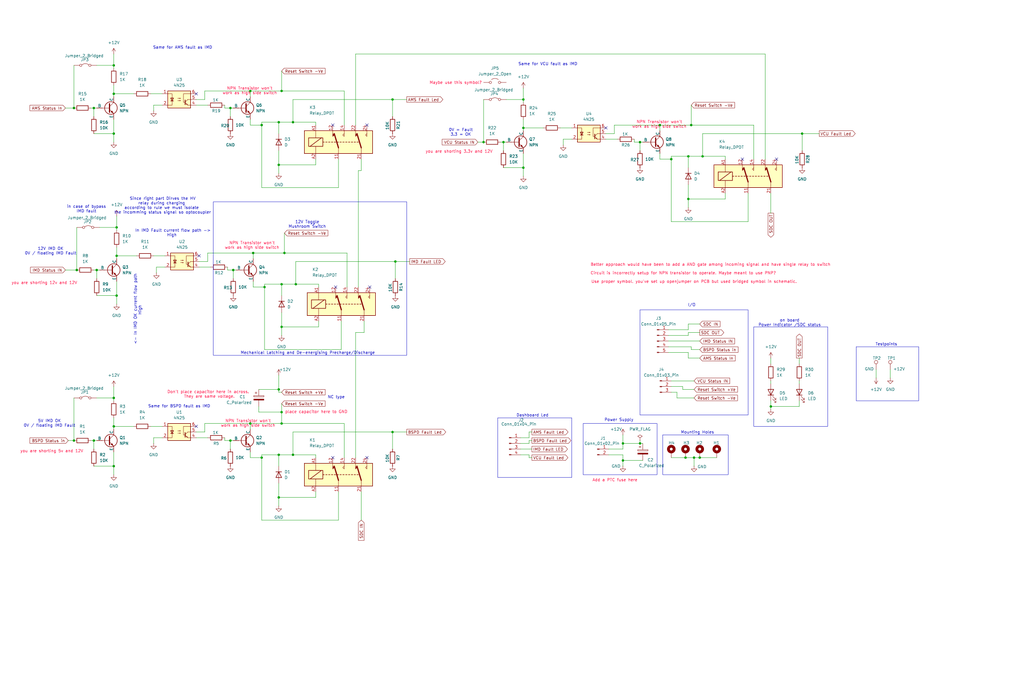
<source format=kicad_sch>
(kicad_sch (version 20231120) (generator "eeschema") (generator_version "8.0")
  (paper "User" 457.2 304.8)
  (title_block (title "SDC Team Urja") (rev "v1") (company "Kathmandu University"))
  (junction (at 34.29 120.65))
  (junction (at 215.9 63.5))
  (junction (at 278.13 198.12))
  (junction (at 313.69 69.85))
  (junction (at 33.02 196.85))
  (junction (at 306.07 204.47))
  (junction (at 124.46 54.61))
  (junction (at 113.03 113.03))
  (junction (at 294.64 55.88))
  (junction (at 104.14 120.65))
  (junction (at 224.79 63.5))
  (junction (at 312.42 204.47))
  (junction (at 125.73 189.23))
  (junction (at 176.53 116.84))
  (junction (at 233.68 74.93))
  (junction (at 285.75 198.12))
  (junction (at 127 113.03))
  (junction (at 358.14 59.69))
  (junction (at 41.91 196.85))
  (junction (at 307.34 69.85))
  (junction (at 52.07 132.08))
  (junction (at 308.61 55.88))
  (junction (at 233.68 44.45))
  (junction (at 50.8 59.69))
  (junction (at 50.8 41.91))
  (junction (at 118.11 128.27))
  (junction (at 125.73 127))
  (junction (at 50.8 190.5))
  (junction (at 102.87 196.85))
  (junction (at 41.91 48.26))
  (junction (at 233.68 57.15))
  (junction (at 52.07 101.6))
  (junction (at 50.8 208.28))
  (junction (at 50.8 177.8))
  (junction (at 344.17 181.61))
  (junction (at 43.18 120.65))
  (junction (at 50.8 29.21))
  (junction (at 116.84 204.47))
  (junction (at 52.07 114.3))
  (junction (at 175.26 193.04))
  (junction (at 125.73 40.64))
  (junction (at 307.34 88.9))
  (junction (at 278.13 205.74))
  (junction (at 130.81 203.2))
  (junction (at 175.26 44.45))
  (junction (at 130.81 54.61))
  (junction (at 111.76 189.23))
  (junction (at 33.02 48.26))
  (junction (at 125.73 184.15))
  (junction (at 132.08 127))
  (junction (at 116.84 55.88))
  (junction (at 111.76 40.64))
  (junction (at 102.87 48.26))
  (junction (at 125.73 146.05))
  (junction (at 124.46 203.2))
  (junction (at 299.72 71.12))
  (junction (at 124.46 222.25))
  (junction (at 124.46 73.66))
  (junction (at 309.88 204.47))
  (junction (at 285.75 63.5))
  (junction (at 124.46 173.99))
  (no_connect (at 148.59 55.88))
  (no_connect (at 87.63 190.5))
  (no_connect (at 165.1 128.27))
  (no_connect (at 163.83 55.88))
  (no_connect (at 149.86 128.27))
  (no_connect (at 148.59 204.47))
  (no_connect (at 87.63 41.91))
  (no_connect (at 163.83 204.47))
  (no_connect (at 331.47 71.12))
  (no_connect (at 270.51 57.15))
  (no_connect (at 88.9 114.3))
  (no_connect (at 346.71 71.12))
  (wire (pts (xy 304.8 173.99) (xy 304.8 172.72)))
  (wire (pts (xy 391.16 165.1) (xy 391.16 168.91)))
  (wire (pts (xy 43.18 132.08) (xy 52.07 132.08)))
  (wire (pts (xy 115.57 173.99) (xy 124.46 173.99)))
  (wire (pts (xy 50.8 186.69) (xy 50.8 190.5)))
  (wire (pts (xy 287.02 198.12) (xy 285.75 198.12)))
  (wire (pts (xy 130.81 203.2) (xy 130.81 193.04)))
  (wire (pts (xy 233.68 53.34) (xy 233.68 57.15)))
  (wire (pts (xy 125.73 31.75) (xy 125.73 40.64)))
  (wire (pts (xy 236.22 193.04) (xy 237.49 193.04)))
  (wire (pts (xy 124.46 59.69) (xy 124.46 54.61)))
  (wire (pts (xy 125.73 184.15) (xy 125.73 189.23)))
  (wire (pts (xy 224.79 63.5) (xy 226.06 63.5)))
  (wire (pts (xy 323.85 69.85) (xy 323.85 71.12)))
  (wire (pts (xy 50.8 29.21) (xy 50.8 30.48)))
  (wire (pts (xy 102.87 48.26) (xy 104.14 48.26)))
  (wire (pts (xy 283.21 63.5) (xy 285.75 63.5)))
  (wire (pts (xy 306.07 204.47) (xy 309.88 204.47)))
  (wire (pts (xy 294.64 68.58) (xy 294.64 71.12)))
  (wire (pts (xy 100.33 48.26) (xy 100.33 46.99)))
  (wire (pts (xy 154.94 113.03) (xy 154.94 128.27)))
  (wire (pts (xy 298.45 154.94) (xy 308.61 154.94)))
  (wire (pts (xy 130.81 44.45) (xy 175.26 44.45)))
  (wire (pts (xy 236.22 193.04) (xy 236.22 195.58)))
  (wire (pts (xy 140.97 203.2) (xy 140.97 204.47)))
  (wire (pts (xy 130.81 203.2) (xy 140.97 203.2)))
  (wire (pts (xy 29.21 48.26) (xy 33.02 48.26)))
  (wire (pts (xy 41.91 196.85) (xy 43.18 196.85)))
  (wire (pts (xy 153.67 40.64) (xy 153.67 55.88)))
  (wire (pts (xy 151.13 232.41) (xy 116.84 232.41)))
  (wire (pts (xy 251.46 62.23) (xy 251.46 64.77)))
  (wire (pts (xy 344.17 86.36) (xy 344.17 95.25)))
  (wire (pts (xy 87.63 193.04) (xy 91.44 193.04)))
  (wire (pts (xy 41.91 48.26) (xy 43.18 48.26)))
  (wire (pts (xy 50.8 41.91) (xy 50.8 43.18)))
  (wire (pts (xy 50.8 172.72) (xy 50.8 177.8)))
  (wire (pts (xy 87.63 46.99) (xy 92.71 46.99)))
  (wire (pts (xy 232.41 200.66) (xy 237.49 200.66)))
  (wire (pts (xy 124.46 175.26) (xy 125.73 175.26)))
  (wire (pts (xy 307.34 148.59) (xy 307.34 149.86)))
  (wire (pts (xy 236.22 204.47) (xy 237.49 204.47)))
  (wire (pts (xy 102.87 196.85) (xy 102.87 200.66)))
  (wire (pts (xy 236.22 203.2) (xy 232.41 203.2)))
  (wire (pts (xy 41.91 208.28) (xy 50.8 208.28)))
  (wire (pts (xy 124.46 73.66) (xy 124.46 77.47)))
  (wire (pts (xy 307.34 74.93) (xy 307.34 69.85)))
  (wire (pts (xy 344.17 179.07) (xy 344.17 181.61)))
  (wire (pts (xy 50.8 177.8) (xy 50.8 179.07)))
  (wire (pts (xy 102.87 48.26) (xy 102.87 52.07)))
  (wire (pts (xy 115.57 184.15) (xy 125.73 184.15)))
  (wire (pts (xy 336.55 55.88) (xy 336.55 71.12)))
  (wire (pts (xy 132.08 127) (xy 132.08 116.84)))
  (wire (pts (xy 124.46 73.66) (xy 140.97 73.66)))
  (wire (pts (xy 278.13 203.2) (xy 271.78 203.2)))
  (wire (pts (xy 127 113.03) (xy 154.94 113.03)))
  (wire (pts (xy 307.34 160.02) (xy 307.34 157.48)))
  (wire (pts (xy 127 113.03) (xy 113.03 113.03)))
  (wire (pts (xy 278.13 198.12) (xy 285.75 198.12)))
  (wire (pts (xy 29.21 120.65) (xy 34.29 120.65)))
  (wire (pts (xy 68.58 46.99) (xy 68.58 49.53)))
  (wire (pts (xy 233.68 39.37) (xy 233.68 44.45)))
  (wire (pts (xy 298.45 147.32) (xy 307.34 147.32)))
  (wire (pts (xy 160.02 128.27) (xy 160.02 76.2)))
  (wire (pts (xy 236.22 196.85) (xy 236.22 198.12)))
  (wire (pts (xy 132.08 116.84) (xy 176.53 116.84)))
  (wire (pts (xy 125.73 127) (xy 132.08 127)))
  (wire (pts (xy 270.51 59.69) (xy 274.32 59.69)))
  (wire (pts (xy 40.64 48.26) (xy 41.91 48.26)))
  (wire (pts (xy 233.68 57.15) (xy 233.68 58.42)))
  (wire (pts (xy 111.76 40.64) (xy 111.76 43.18)))
  (wire (pts (xy 113.03 125.73) (xy 113.03 128.27)))
  (wire (pts (xy 313.69 69.85) (xy 323.85 69.85)))
  (wire (pts (xy 68.58 195.58) (xy 68.58 198.12)))
  (wire (pts (xy 308.61 156.21) (xy 308.61 154.94)))
  (wire (pts (xy 52.07 101.6) (xy 52.07 102.87)))
  (wire (pts (xy 158.75 148.59) (xy 162.56 148.59)))
  (wire (pts (xy 33.02 29.21) (xy 33.02 48.26)))
  (wire (pts (xy 52.07 96.52) (xy 52.07 101.6)))
  (wire (pts (xy 233.68 57.15) (xy 242.57 57.15)))
  (wire (pts (xy 294.64 71.12) (xy 299.72 71.12)))
  (wire (pts (xy 356.87 181.61) (xy 344.17 181.61)))
  (wire (pts (xy 251.46 62.23) (xy 255.27 62.23)))
  (wire (pts (xy 175.26 44.45) (xy 175.26 52.07)))
  (wire (pts (xy 50.8 24.13) (xy 50.8 29.21)))
  (wire (pts (xy 111.76 201.93) (xy 111.76 204.47)))
  (wire (pts (xy 162.56 143.51) (xy 162.56 148.59)))
  (wire (pts (xy 125.73 40.64) (xy 153.67 40.64)))
  (wire (pts (xy 43.18 29.21) (xy 50.8 29.21)))
  (wire (pts (xy 140.97 54.61) (xy 140.97 55.88)))
  (wire (pts (xy 312.42 160.02) (xy 307.34 160.02)))
  (wire (pts (xy 67.31 190.5) (xy 72.39 190.5)))
  (wire (pts (xy 344.17 170.18) (xy 344.17 171.45)))
  (wire (pts (xy 236.22 196.85) (xy 237.49 196.85)))
  (wire (pts (xy 116.84 204.47) (xy 116.84 232.41)))
  (wire (pts (xy 30.48 196.85) (xy 33.02 196.85)))
  (wire (pts (xy 175.26 193.04) (xy 181.61 193.04)))
  (wire (pts (xy 270.51 62.23) (xy 275.59 62.23)))
  (wire (pts (xy 91.44 44.45) (xy 91.44 40.64)))
  (wire (pts (xy 43.18 177.8) (xy 50.8 177.8)))
  (wire (pts (xy 52.07 114.3) (xy 52.07 115.57)))
  (wire (pts (xy 50.8 38.1) (xy 50.8 41.91)))
  (wire (pts (xy 68.58 114.3) (xy 73.66 114.3)))
  (wire (pts (xy 312.42 144.78) (xy 307.34 144.78)))
  (wire (pts (xy 125.73 139.7) (xy 125.73 146.05)))
  (wire (pts (xy 52.07 132.08) (xy 52.07 135.89)))
  (wire (pts (xy 312.42 148.59) (xy 307.34 148.59)))
  (wire (pts (xy 278.13 200.66) (xy 271.78 200.66)))
  (wire (pts (xy 111.76 55.88) (xy 116.84 55.88)))
  (wire (pts (xy 125.73 132.08) (xy 125.73 127)))
  (wire (pts (xy 213.36 63.5) (xy 215.9 63.5)))
  (wire (pts (xy 52.07 110.49) (xy 52.07 114.3)))
  (wire (pts (xy 104.14 120.65) (xy 104.14 124.46)))
  (wire (pts (xy 111.76 53.34) (xy 111.76 55.88)))
  (wire (pts (xy 226.06 44.45) (xy 233.68 44.45)))
  (wire (pts (xy 161.29 219.71) (xy 161.29 232.41)))
  (wire (pts (xy 100.33 48.26) (xy 102.87 48.26)))
  (wire (pts (xy 91.44 40.64) (xy 111.76 40.64)))
  (wire (pts (xy 124.46 203.2) (xy 130.81 203.2)))
  (wire (pts (xy 118.11 128.27) (xy 118.11 156.21)))
  (wire (pts (xy 104.14 120.65) (xy 105.41 120.65)))
  (wire (pts (xy 125.73 40.64) (xy 111.76 40.64)))
  (wire (pts (xy 356.87 170.18) (xy 356.87 171.45)))
  (wire (pts (xy 69.85 119.38) (xy 73.66 119.38)))
  (wire (pts (xy 323.85 88.9) (xy 323.85 86.36)))
  (wire (pts (xy 223.52 63.5) (xy 224.79 63.5)))
  (wire (pts (xy 299.72 170.18) (xy 309.88 170.18)))
  (wire (pts (xy 140.97 73.66) (xy 140.97 71.12)))
  (wire (pts (xy 130.81 54.61) (xy 140.97 54.61)))
  (wire (pts (xy 307.34 88.9) (xy 307.34 92.71)))
  (wire (pts (xy 298.45 149.86) (xy 307.34 149.86)))
  (wire (pts (xy 158.75 55.88) (xy 158.75 24.13)))
  (wire (pts (xy 91.44 189.23) (xy 111.76 189.23)))
  (wire (pts (xy 307.34 88.9) (xy 323.85 88.9)))
  (wire (pts (xy 116.84 203.2) (xy 116.84 204.47)))
  (wire (pts (xy 41.91 59.69) (xy 50.8 59.69)))
  (wire (pts (xy 118.11 127) (xy 125.73 127)))
  (wire (pts (xy 116.84 203.2) (xy 124.46 203.2)))
  (wire (pts (xy 309.88 204.47) (xy 309.88 208.28)))
  (wire (pts (xy 298.45 157.48) (xy 307.34 157.48)))
  (wire (pts (xy 299.72 204.47) (xy 306.07 204.47)))
  (wire (pts (xy 307.34 69.85) (xy 313.69 69.85)))
  (wire (pts (xy 278.13 208.28) (xy 278.13 205.74)))
  (wire (pts (xy 285.75 63.5) (xy 287.02 63.5)))
  (wire (pts (xy 299.72 172.72) (xy 304.8 172.72)))
  (wire (pts (xy 125.73 189.23) (xy 153.67 189.23)))
  (wire (pts (xy 308.61 55.88) (xy 294.64 55.88)))
  (wire (pts (xy 50.8 41.91) (xy 59.69 41.91)))
  (wire (pts (xy 88.9 116.84) (xy 92.71 116.84)))
  (wire (pts (xy 118.11 127) (xy 118.11 128.27)))
  (wire (pts (xy 101.6 120.65) (xy 101.6 119.38)))
  (wire (pts (xy 124.46 173.99) (xy 124.46 175.26)))
  (wire (pts (xy 43.18 120.65) (xy 44.45 120.65)))
  (wire (pts (xy 175.26 44.45) (xy 181.61 44.45)))
  (wire (pts (xy 111.76 204.47) (xy 116.84 204.47)))
  (wire (pts (xy 125.73 189.23) (xy 111.76 189.23)))
  (wire (pts (xy 50.8 190.5) (xy 50.8 191.77)))
  (wire (pts (xy 397.51 165.1) (xy 397.51 168.91)))
  (wire (pts (xy 307.34 82.55) (xy 307.34 88.9)))
  (wire (pts (xy 125.73 146.05) (xy 142.24 146.05)))
  (wire (pts (xy 100.33 196.85) (xy 102.87 196.85)))
  (wire (pts (xy 160.02 76.2) (xy 161.29 76.2)))
  (wire (pts (xy 309.88 177.8) (xy 302.26 177.8)))
  (wire (pts (xy 100.33 196.85) (xy 100.33 195.58)))
  (wire (pts (xy 250.19 57.15) (xy 255.27 57.15)))
  (wire (pts (xy 34.29 101.6) (xy 34.29 120.65)))
  (wire (pts (xy 334.01 86.36) (xy 334.01 99.06)))
  (wire (pts (xy 236.22 198.12) (xy 232.41 198.12)))
  (wire (pts (xy 294.64 55.88) (xy 294.64 58.42)))
  (wire (pts (xy 124.46 222.25) (xy 140.97 222.25)))
  (wire (pts (xy 278.13 198.12) (xy 278.13 200.66)))
  (wire (pts (xy 125.73 146.05) (xy 125.73 149.86)))
  (wire (pts (xy 344.17 181.61) (xy 344.17 182.88)))
  (wire (pts (xy 313.69 69.85) (xy 313.69 59.69)))
  (wire (pts (xy 215.9 44.45) (xy 215.9 63.5)))
  (wire (pts (xy 309.88 204.47) (xy 312.42 204.47)))
  (wire (pts (xy 356.87 160.02) (xy 356.87 162.56)))
  (wire (pts (xy 67.31 41.91) (xy 72.39 41.91)))
  (wire (pts (xy 115.57 181.61) (xy 115.57 184.15)))
  (wire (pts (xy 50.8 208.28) (xy 50.8 212.09)))
  (wire (pts (xy 116.84 55.88) (xy 116.84 83.82)))
  (wire (pts (xy 158.75 24.13) (xy 341.63 24.13)))
  (wire (pts (xy 334.01 99.06) (xy 299.72 99.06)))
  (wire (pts (xy 50.8 53.34) (xy 50.8 59.69)))
  (wire (pts (xy 132.08 127) (xy 142.24 127)))
  (wire (pts (xy 130.81 54.61) (xy 130.81 44.45)))
  (wire (pts (xy 312.42 204.47) (xy 320.04 204.47)))
  (wire (pts (xy 102.87 196.85) (xy 104.14 196.85)))
  (wire (pts (xy 116.84 54.61) (xy 124.46 54.61)))
  (wire (pts (xy 41.91 120.65) (xy 43.18 120.65)))
  (wire (pts (xy 111.76 189.23) (xy 111.76 191.77)))
  (wire (pts (xy 151.13 219.71) (xy 151.13 232.41)))
  (wire (pts (xy 308.61 46.99) (xy 308.61 55.88)))
  (wire (pts (xy 299.72 71.12) (xy 299.72 99.06)))
  (wire (pts (xy 153.67 189.23) (xy 153.67 204.47)))
  (wire (pts (xy 299.72 69.85) (xy 299.72 71.12)))
  (wire (pts (xy 274.32 55.88) (xy 294.64 55.88)))
  (wire (pts (xy 124.46 54.61) (xy 130.81 54.61)))
  (wire (pts (xy 68.58 46.99) (xy 72.39 46.99)))
  (wire (pts (xy 41.91 48.26) (xy 41.91 52.07)))
  (wire (pts (xy 307.34 144.78) (xy 307.34 147.32)))
  (wire (pts (xy 358.14 59.69) (xy 365.76 59.69)))
  (wire (pts (xy 161.29 71.12) (xy 161.29 76.2)))
  (wire (pts (xy 50.8 201.93) (xy 50.8 208.28)))
  (wire (pts (xy 113.03 128.27) (xy 118.11 128.27)))
  (wire (pts (xy 278.13 205.74) (xy 278.13 203.2)))
  (wire (pts (xy 151.13 71.12) (xy 151.13 83.82)))
  (wire (pts (xy 124.46 222.25) (xy 124.46 226.06)))
  (wire (pts (xy 233.68 74.93) (xy 233.68 78.74)))
  (wire (pts (xy 176.53 116.84) (xy 182.88 116.84)))
  (wire (pts (xy 88.9 119.38) (xy 93.98 119.38)))
  (wire (pts (xy 299.72 69.85) (xy 307.34 69.85)))
  (wire (pts (xy 298.45 152.4) (xy 312.42 152.4)))
  (wire (pts (xy 312.42 156.21) (xy 308.61 156.21)))
  (wire (pts (xy 124.46 167.64) (xy 124.46 173.99)))
  (wire (pts (xy 50.8 190.5) (xy 59.69 190.5)))
  (wire (pts (xy 113.03 113.03) (xy 113.03 115.57)))
  (wire (pts (xy 152.4 143.51) (xy 152.4 156.21)))
  (wire (pts (xy 87.63 195.58) (xy 92.71 195.58)))
  (wire (pts (xy 341.63 24.13) (xy 341.63 71.12)))
  (wire (pts (xy 285.75 196.85) (xy 285.75 198.12)))
  (wire (pts (xy 302.26 177.8) (xy 302.26 175.26)))
  (wire (pts (xy 43.18 120.65) (xy 43.18 124.46)))
  (wire (pts (xy 344.17 160.02) (xy 344.17 162.56)))
  (wire (pts (xy 91.44 193.04) (xy 91.44 189.23)))
  (wire (pts (xy 356.87 179.07) (xy 356.87 181.61)))
  (wire (pts (xy 124.46 67.31) (xy 124.46 73.66)))
  (wire (pts (xy 283.21 63.5) (xy 283.21 62.23)))
  (wire (pts (xy 236.22 204.47) (xy 236.22 203.2)))
  (wire (pts (xy 233.68 44.45) (xy 233.68 45.72)))
  (wire (pts (xy 309.88 173.99) (xy 304.8 173.99)))
  (wire (pts (xy 224.79 63.5) (xy 224.79 67.31)))
  (wire (pts (xy 176.53 116.84) (xy 176.53 124.46)))
  (wire (pts (xy 299.72 175.26) (xy 302.26 175.26)))
  (wire (pts (xy 41.91 196.85) (xy 41.91 200.66)))
  (wire (pts (xy 92.71 116.84) (xy 92.71 113.03)))
  (wire (pts (xy 40.64 196.85) (xy 41.91 196.85)))
  (wire (pts (xy 116.84 54.61) (xy 116.84 55.88)))
  (wire (pts (xy 274.32 59.69) (xy 274.32 55.88)))
  (wire (pts (xy 69.85 119.38) (xy 69.85 121.92)))
  (wire (pts (xy 142.24 146.05) (xy 142.24 143.51)))
  (wire (pts (xy 151.13 83.82) (xy 116.84 83.82)))
  (wire (pts (xy 33.02 177.8) (xy 33.02 196.85)))
  (wire (pts (xy 44.45 101.6) (xy 52.07 101.6)))
  (wire (pts (xy 124.46 215.9) (xy 124.46 222.25)))
  (wire (pts (xy 130.81 193.04) (xy 175.26 193.04)))
  (wire (pts (xy 285.75 63.5) (xy 285.75 67.31)))
  (wire (pts (xy 308.61 55.88) (xy 336.55 55.88)))
  (wire (pts (xy 142.24 127) (xy 142.24 128.27)))
  (wire (pts (xy 87.63 44.45) (xy 91.44 44.45)))
  (wire (pts (xy 50.8 59.69) (xy 50.8 63.5)))
  (wire (pts (xy 125.73 180.34) (xy 125.73 184.15)))
  (wire (pts (xy 101.6 120.65) (xy 104.14 120.65)))
  (wire (pts (xy 52.07 125.73) (xy 52.07 132.08)))
  (wire (pts (xy 233.68 68.58) (xy 233.68 74.93)))
  (wire (pts (xy 52.07 114.3) (xy 60.96 114.3)))
  (wire (pts (xy 313.69 59.69) (xy 358.14 59.69)))
  (wire (pts (xy 278.13 205.74) (xy 287.02 205.74)))
  (wire (pts (xy 68.58 195.58) (xy 72.39 195.58)))
  (wire (pts (xy 140.97 222.25) (xy 140.97 219.71)))
  (wire (pts (xy 92.71 113.03) (xy 113.03 113.03)))
  (wire (pts (xy 278.13 194.31) (xy 278.13 198.12)))
  (wire (pts (xy 236.22 195.58) (xy 232.41 195.58)))
  (wire (pts (xy 127 104.14) (xy 127 113.03)))
  (wire (pts (xy 124.46 208.28) (xy 124.46 203.2)))
  (wire (pts (xy 158.75 204.47) (xy 158.75 148.59)))
  (wire (pts (xy 175.26 193.04) (xy 175.26 200.66)))
  (wire (pts (xy 358.14 59.69) (xy 358.14 67.31)))
  (wire (pts (xy 224.79 74.93) (xy 233.68 74.93)))
  (wire (pts (xy 152.4 156.21) (xy 118.11 156.21)))
  (rectangle (start 336.55 146.05) (end 369.57 190.5))
  (rectangle (start 285.75 138.43) (end 334.01 185.42))
  (rectangle (start 95.25 90.17) (end 181.61 158.75))
  (rectangle (start 260.35 189.23) (end 293.37 212.09))
  (rectangle (start 295.91 194.31) (end 325.12 212.09))
  (rectangle (start 382.27 154.94) (end 410.21 179.07))
  (rectangle (start 222.25 186.69) (end 255.27 213.36))
  (text "you are shorting 12v and 12V" (at 19.812 126.492 0) (effects (font (size 1.27 1.27))))
  (text "NC type\n" (at 150.114 177.546 0) (effects (font (size 1.27 1.27))))
  (text "I/O\n" (at 308.864 136.398 0) (effects (font (size 1.27 1.27))))
  (text "Dashboard Led" (at 237.744 185.674 0) (effects (font (size 1.27 1.27))))
  (text "0V = Fault\n3.3 = OK" (at 205.74 59.182 0) (effects (font (size 1.27 1.27))))
  (text "5V IMD OK\n0V / floating IMD Fault" (at 22.098 189.23 0) (effects (font (size 1.27 1.27))))
  (text "Power Supply\n" (at 276.352 187.706 0) (effects (font (size 1.27 1.27))))
  (text "NPN Transistor won't\nwork as high side switch" (at 111.506 40.64 0) (effects (font (size 1.27 1.27))))
  (text "12V Toggle \nMushroom Switch " (at 137.668 100.33 0) (effects (font (size 1.27 1.27))))
  (text "Same for VCU fault as IMD" (at 244.602 28.702 0) (effects (font (size 1.27 1.27))))
  (text "Don't place capacitor here in across.\n They are same voltage." (at 92.964 176.276 0) (effects (font (size 1.27 1.27))))
  (text "Add a PTC fuse here" (at 274.574 214.63 0) (effects (font (size 1.27 1.27))))
  (text "you are shorting 3.3v and 12V" (at 204.978 67.818 0) (effects (font (size 1.27 1.27))))
  (text "Better approach would have been to add a AND gate among incoming signal and have single relay to switch" (at 317.246 118.364 0) (effects (font (size 1.27 1.27))))
  (text "Mounting Holes" (at 311.404 193.294 0) (effects (font (size 1.27 1.27))))
  (text "on board\nPower Indicator /SDC status" (at 352.552 144.272 0) (effects (font (size 1.27 1.27))))
  (text "Since right part Dirves the HV\nrelay during charging \naccording to rule we must isolate \nthe incomming status signal so optocoupler" (at 72.644 91.948 0) (effects (font (size 1.27 1.27))))
  (text "Testpoints" (at 395.732 153.924 0) (effects (font (size 1.27 1.27))))
  (text "Circuit is incorrectly setup for NPN transistor to operate. Maybe meant to use PNP?" (at 305.054 122.174 0) (effects (font (size 1.27 1.27))))
  (text "Maybe use this symbol?" (at 203.454 37.084 0) (effects (font (size 1.27 1.27))))
  (text "Use proper symbol. you've set up openjumper on PCB but used bridged symbol in schematic." (at 309.88 125.984 0) (effects (font (size 1.27 1.27))))
  (text "NPN Transistor won't\nwork as high side switch" (at 110.744 189.23 0) (effects (font (size 1.27 1.27))))
  (text "place capacitor here to GND" (at 141.224 184.15 0) (effects (font (size 1.27 1.27))))
  (text "In IMD Fault current flow path ->\nHigh " (at 77.216 104.14 0) (effects (font (size 1.27 1.27))))
  (text "12V IMD OK\n0V / floating IMD Fault" (at 22.606 112.268 0) (effects (font (size 1.27 1.27))))
  (text "Same for BSPD fault as IMD" (at 80.01 181.61 0) (effects (font (size 1.27 1.27))))
  (text "Mechanical Latching and De-energising Precharge/Discharge" (at 137.414 157.734 0) (effects (font (size 1.27 1.27))))
  (text "Same for AMS fault as IMD" (at 81.534 21.336 0) (effects (font (size 1.27 1.27))))
  (text "NPN Transistor won't\nwork as high side switch" (at 112.522 109.728 0) (effects (font (size 1.27 1.27))))
  (text "<- In IMD OK current flow path\nHigh " (at 61.468 138.176 90) (effects (font (size 1.27 1.27))))
  (text "in case of bypass\nIMD fault" (at 38.608 93.472 0) (effects (font (size 1.27 1.27))))
  (text "you are shorting 5v and 12V" (at 23.114 201.676 0) (effects (font (size 1.27 1.27))))
  (text "NPN Transistor won't\nwork as high side switch" (at 294.386 55.626 0) (effects (font (size 1.27 1.27))))
  (global_label "AMS Fault Led" (shape output) (at 181.61 44.45 0) (property "Intersheetrefs" "${INTERSHEET_REFS}" (effects (hide yes))))
  (global_label "IMD Status IN" (shape input) (at 29.21 120.65 180) (property "Intersheetrefs" "${INTERSHEET_REFS}" (effects (hide yes))))
  (global_label "BSPD Fault Led" (shape output) (at 181.61 193.04 0) (property "Intersheetrefs" "${INTERSHEET_REFS}" (effects (hide yes))))
  (global_label "SDC IN" (shape input) (at 312.42 144.78 0) (property "Intersheetrefs" "${INTERSHEET_REFS}" (effects (hide yes))))
  (global_label "BSPD Fault Led" (shape output) (at 237.49 196.85 0) (property "Intersheetrefs" "${INTERSHEET_REFS}" (effects (hide yes))))
  (global_label "Reset Switch -Ve" (shape input) (at 127 104.14 0) (property "Intersheetrefs" "${INTERSHEET_REFS}" (effects (hide yes))))
  (global_label "Reset Switch -Ve" (shape input) (at 125.73 180.34 0) (property "Intersheetrefs" "${INTERSHEET_REFS}" (effects (hide yes))))
  (global_label "VCU Fault Led" (shape output) (at 365.76 59.69 0) (property "Intersheetrefs" "${INTERSHEET_REFS}" (effects (hide yes))))
  (global_label "AMS Status In" (shape input) (at 312.42 160.02 0) (property "Intersheetrefs" "${INTERSHEET_REFS}" (effects (hide yes))))
  (global_label "VCU Status IN" (shape input) (at 309.88 170.18 0) (property "Intersheetrefs" "${INTERSHEET_REFS}" (effects (hide yes))))
  (global_label "IMD Status IN" (shape input) (at 312.42 152.4 0) (property "Intersheetrefs" "${INTERSHEET_REFS}" (effects (hide yes))))
  (global_label "BSPD Status in" (shape input) (at 30.48 196.85 180) (property "Intersheetrefs" "${INTERSHEET_REFS}" (effects (hide yes))))
  (global_label "Reset Switch -Ve" (shape input) (at 308.61 46.99 0) (property "Intersheetrefs" "${INTERSHEET_REFS}" (effects (hide yes))))
  (global_label "VCU Fault Led" (shape output) (at 237.49 204.47 0) (property "Intersheetrefs" "${INTERSHEET_REFS}" (effects (hide yes))))
  (global_label "AMS Fault Led" (shape output) (at 237.49 193.04 0) (property "Intersheetrefs" "${INTERSHEET_REFS}" (effects (hide yes))))
  (global_label "IMD Fault LED" (shape output) (at 237.49 200.66 0) (property "Intersheetrefs" "${INTERSHEET_REFS}" (effects (hide yes))))
  (global_label "Reset Switch -Ve" (shape input) (at 125.73 31.75 0) (property "Intersheetrefs" "${INTERSHEET_REFS}" (effects (hide yes))))
  (global_label "SDC OUT" (shape output) (at 356.87 160.02 90) (property "Intersheetrefs" "${INTERSHEET_REFS}" (effects (hide yes))))
  (global_label "VCU Status IN" (shape input) (at 213.36 63.5 180) (property "Intersheetrefs" "${INTERSHEET_REFS}" (effects (hide yes))))
  (global_label "Reset Switch +Ve" (shape input) (at 125.73 175.26 0) (property "Intersheetrefs" "${INTERSHEET_REFS}" (effects (hide yes))))
  (global_label "Reset Switch -Ve" (shape input) (at 309.88 177.8 0) (property "Intersheetrefs" "${INTERSHEET_REFS}" (effects (hide yes))))
  (global_label "AMS Status In" (shape input) (at 29.21 48.26 180) (property "Intersheetrefs" "${INTERSHEET_REFS}" (effects (hide yes))))
  (global_label "BSPD Status in" (shape input) (at 312.42 156.21 0) (property "Intersheetrefs" "${INTERSHEET_REFS}" (effects (hide yes))))
  (global_label "Reset Switch +Ve" (shape input) (at 309.88 173.99 0) (property "Intersheetrefs" "${INTERSHEET_REFS}" (effects (hide yes))))
  (global_label "SDC OUT" (shape output) (at 312.42 148.59 0) (property "Intersheetrefs" "${INTERSHEET_REFS}" (effects (hide yes))))
  (global_label "SDC OUT" (shape output) (at 344.17 95.25 270) (property "Intersheetrefs" "${INTERSHEET_REFS}" (effects (hide yes))))
  (global_label "SDC IN" (shape input) (at 161.29 232.41 270) (property "Intersheetrefs" "${INTERSHEET_REFS}" (effects (hide yes))))
  (global_label "IMD Fault LED" (shape output) (at 182.88 116.84 0) (property "Intersheetrefs" "${INTERSHEET_REFS}" (effects (hide yes))))
  (symbol (lib_id "power:GND") (at 102.87 59.69 0) (unit 1)
    (property "Reference" "#PWR021" (effects (hide yes)))
    (property "Value" "GND" (at 102.87 64.77 0))
    (property "Description" "Power symbol creates a global label with name \"GND\" , ground" (effects (hide yes)))
  )
  (symbol (lib_id "Device:LED") (at 356.87 175.26 90) (unit 1)
    (property "Reference" "D6" (at 360.68 175.5774 90) (effects (justify right)))
    (property "Value" "LED" (at 360.68 178.1174 90) (effects (justify right)))
    (property "Footprint" "LED_THT:LED_D4.0mm" (effects (hide yes)))
    (property "Description" "Light emitting diode" (effects (hide yes)))
  )
  (symbol (lib_id "Device:R") (at 96.52 46.99 270) (unit 1)
    (property "Reference" "R19" (at 96.52 49.53 90))
    (property "Value" "1K" (at 96.266 44.704 90))
    (property "Footprint" "Resistor_THT:R_Axial_DIN0207_L6.3mm_D2.5mm_P7.62mm_Horizontal" (effects (hide yes)))
    (property "Description" "Resistor" (effects (hide yes)))
  )
  (symbol (lib_id "Connector:Conn_01x05_Pin") (at 293.37 152.4 0) (unit 1)
    (property "Reference" "J3" (at 294.005 142.24 0))
    (property "Value" "Conn_01x05_Pin" (at 294.005 144.78 0))
    (property "Footprint" "Connector_PinHeader_2.54mm:PinHeader_1x05_P2.54mm_Vertical" (effects (hide yes)))
    (property "Description" "Generic connector, single row, 01x05, script generated" (effects (hide yes)))
  )
  (symbol (lib_id "Device:C_Polarized") (at 115.57 177.8 0) (unit 1)
    (property "Reference" "C1" (at 106.934 177.292 0) (effects (justify left)))
    (property "Value" "C_Polarized" (at 101.092 179.832 0) (effects (justify left)))
    (property "Footprint" "Capacitor_THT:CP_Radial_D12.5mm_P7.50mm" (effects (hide yes)))
    (property "Description" "Polarized capacitor" (effects (hide yes)))
  )
  (symbol (lib_id "Device:R") (at 102.87 55.88 0) (unit 1)
    (property "Reference" "R20" (at 98.552 56.134 0) (effects (justify left)))
    (property "Value" "10K" (at 105.156 55.88 0) (effects (justify left)))
    (property "Footprint" "Resistor_THT:R_Axial_DIN0207_L6.3mm_D2.5mm_P7.62mm_Horizontal" (effects (hide yes)))
    (property "Description" "Resistor" (effects (hide yes)))
  )
  (symbol (lib_id "Device:R") (at 36.83 48.26 90) (unit 1)
    (property "Reference" "R15" (at 36.83 41.91 90))
    (property "Value" "1K" (at 36.83 44.45 90))
    (property "Footprint" "Resistor_THT:R_Axial_DIN0207_L6.3mm_D2.5mm_P7.62mm_Horizontal" (effects (hide yes)))
    (property "Description" "Resistor" (effects (hide yes)))
  )
  (symbol (lib_id "Relay:Relay_DPDT") (at 151.13 212.09 0) (unit 1)
    (property "Reference" "K1" (at 138.176 196.596 0) (effects (justify left)))
    (property "Value" "Relay_DPDT" (at 138.176 199.136 0) (effects (justify left)))
    (property "Footprint" "Relay_THT:Relay_DPDT_Finder_40.52" (effects (hide yes)))
    (property "Description" "Monostable Relay DPDT, EN50005 " (effects (hide yes)))
  )
  (symbol (lib_id "Connector:Conn_01x04_Pin") (at 227.33 198.12 0) (unit 1)
    (property "Reference" "J2" (at 232.664 187.706 0))
    (property "Value" "Conn_01x04_Pin" (at 231.648 189.484 0))
    (property "Footprint" "Connector_PinHeader_2.54mm:PinHeader_1x04_P2.54mm_Vertical" (effects (hide yes)))
    (property "Description" "Generic connector, single row, 01x04, script generated" (effects (hide yes)))
  )
  (symbol (lib_id "power:GND") (at 125.73 149.86 0) (unit 1)
    (property "Reference" "#PWR015" (effects (hide yes)))
    (property "Value" "GND" (at 125.73 154.94 0))
    (property "Description" "Power symbol creates a global label with name \"GND\" , ground" (effects (hide yes)))
  )
  (symbol (lib_id "Isolator:4N25") (at 81.28 116.84 0) (unit 1)
    (property "Reference" "U2" (at 81.28 107.95 0))
    (property "Value" "4N25" (at 81.28 110.49 0))
    (property "Footprint" "Package_DIP:DIP-6_W7.62mm" (effects (hide yes)))
    (property "Datasheet" "https://www.vishay.com/docs/83725/4n25.pdf" (effects (hide yes)))
    (property "Description" "DC Optocoupler Base Connected, Vce 30V, CTR 20%, Viso 2500V, DIP6" (effects (hide yes)))
  )
  (symbol (lib_id "Device:R") (at 63.5 190.5 270) (unit 1)
    (property "Reference" "R4" (at 63.5 184.15 90))
    (property "Value" "1K" (at 63.5 186.69 90))
    (property "Footprint" "Resistor_THT:R_Axial_DIN0207_L6.3mm_D2.5mm_P7.62mm_Horizontal" (effects (hide yes)))
    (property "Description" "Resistor" (effects (hide yes)))
  )
  (symbol (lib_id "Device:R") (at 63.5 41.91 270) (unit 1)
    (property "Reference" "R18" (at 63.5 35.56 90))
    (property "Value" "1K" (at 63.5 38.1 90))
    (property "Footprint" "Resistor_THT:R_Axial_DIN0207_L6.3mm_D2.5mm_P7.62mm_Horizontal" (effects (hide yes)))
    (property "Description" "Resistor" (effects (hide yes)))
  )
  (symbol (lib_id "Connector:Conn_01x02_Pin") (at 266.7 200.66 0) (unit 1)
    (property "Reference" "J1" (at 269.24 195.834 0))
    (property "Value" "Conn_01x02_Pin" (at 268.732 198.12 0))
    (property "Footprint" "Connector_PinHeader_2.54mm:PinHeader_1x02_P2.54mm_Vertical" (effects (hide yes)))
    (property "Description" "Generic connector, single row, 01x02, script generated" (effects (hide yes)))
  )
  (symbol (lib_id "Device:LED") (at 344.17 175.26 90) (unit 1)
    (property "Reference" "D5" (at 347.98 175.5774 90) (effects (justify right)))
    (property "Value" "LED" (at 347.98 178.1174 90) (effects (justify right)))
    (property "Footprint" "LED_THT:LED_D4.0mm" (effects (hide yes)))
    (property "Description" "Light emitting diode" (effects (hide yes)))
  )
  (symbol (lib_id "Device:D") (at 124.46 212.09 270) (unit 1)
    (property "Reference" "D1" (at 127 210.8199 90) (effects (justify left)))
    (property "Value" "D" (at 127 213.3599 90) (effects (justify left)))
    (property "Footprint" "Diode_THT:D_A-405_P7.62mm_Horizontal" (effects (hide yes)))
    (property "Description" "Diode" (effects (hide yes)))
    (property "Sim.Device" "D" (effects (hide yes)))
    (property "Sim.Pins" "1=K 2=A" (effects (hide yes)))
  )
  (symbol (lib_id "Device:R") (at 175.26 55.88 0) (unit 1)
    (property "Reference" "R21" (at 177.8 55.88 90))
    (property "Value" "10K" (at 172.974 56.134 90))
    (property "Footprint" "Resistor_THT:R_Axial_DIN0207_L6.3mm_D2.5mm_P7.62mm_Horizontal" (effects (hide yes)))
    (property "Description" "Resistor" (effects (hide yes)))
  )
  (symbol (lib_id "Device:R") (at 97.79 119.38 270) (unit 1)
    (property "Reference" "R12" (at 97.79 121.92 90))
    (property "Value" "1K" (at 97.536 117.094 90))
    (property "Footprint" "Resistor_THT:R_Axial_DIN0207_L6.3mm_D2.5mm_P7.62mm_Horizontal" (effects (hide yes)))
    (property "Description" "Resistor" (effects (hide yes)))
  )
  (symbol (lib_id "power:PWR_FLAG") (at 285.75 196.85 0) (unit 1)
    (property "Reference" "#FLG01" (effects (hide yes)))
    (property "Value" "PWR_FLAG" (at 285.75 191.77 0))
    (property "Description" "Special symbol for telling ERC where power comes from" (effects (hide yes)))
  )
  (symbol (lib_id "power:GND") (at 124.46 77.47 0) (unit 1)
    (property "Reference" "#PWR023" (effects (hide yes)))
    (property "Value" "GND" (at 124.46 82.55 0))
    (property "Description" "Power symbol creates a global label with name \"GND\" , ground" (effects (hide yes)))
  )
  (symbol (lib_id "Device:R") (at 246.38 57.15 270) (unit 1)
    (property "Reference" "R25" (at 246.38 50.8 90))
    (property "Value" "1K" (at 246.38 53.34 90))
    (property "Footprint" "Resistor_THT:R_Axial_DIN0207_L6.3mm_D2.5mm_P7.62mm_Horizontal" (effects (hide yes)))
    (property "Description" "Resistor" (effects (hide yes)))
  )
  (symbol (lib_id "Connector:TestPoint") (at 397.51 165.1 0) (unit 1)
    (property "Reference" "TP1" (at 396.24 160.02 0) (effects (justify left)))
    (property "Value" "+12V" (at 398.78 164.846 0) (effects (justify left)))
    (property "Footprint" "TestPoint:TestPoint_Pad_1.0x1.0mm" (effects (hide yes)))
    (property "Description" "test point" (effects (hide yes)))
  )
  (symbol (lib_id "power:GND") (at 309.88 208.28 0) (mirror y) (unit 1)
    (property "Reference" "#PWR020" (effects (hide yes)))
    (property "Value" "GND" (at 313.436 208.534 0))
    (property "Description" "Power symbol creates a global label with name \"GND\" , ground" (effects (hide yes)))
  )
  (symbol (lib_id "Jumper:Jumper_2_Bridged") (at 39.37 101.6 0) (unit 1) (exclude_from_sim yes)
    (property "Reference" "JP2" (at 39.116 99.06 0))
    (property "Value" "Jumper_2_Bridged" (at 38.862 97.282 0))
    (property "Footprint" "Connector_PinHeader_2.54mm:PinHeader_1x02_P2.54mm_Vertical" (effects (hide yes)))
    (property "Description" "Jumper, 2-pole, closed/bridged" (effects (hide yes)))
  )
  (symbol (lib_id "Device:R") (at 175.26 204.47 0) (unit 1)
    (property "Reference" "R7" (at 177.8 204.47 90))
    (property "Value" "10K" (at 172.974 204.724 90))
    (property "Footprint" "Resistor_THT:R_Axial_DIN0207_L6.3mm_D2.5mm_P7.62mm_Horizontal" (effects (hide yes)))
    (property "Description" "Resistor" (effects (hide yes)))
  )
  (symbol (lib_id "power:GND") (at 251.46 64.77 0) (unit 1)
    (property "Reference" "#PWR029" (effects (hide yes)))
    (property "Value" "GND" (at 251.46 69.85 0))
    (property "Description" "Power symbol creates a global label with name \"GND\" , ground" (effects (hide yes)))
  )
  (symbol (lib_id "power:GND") (at 175.26 208.28 0) (unit 1)
    (property "Reference" "#PWR05" (effects (hide yes)))
    (property "Value" "GND" (at 175.26 213.36 0))
    (property "Description" "Power symbol creates a global label with name \"GND\" , ground" (effects (hide yes)))
  )
  (symbol (lib_id "Jumper:Jumper_2_Bridged") (at 38.1 177.8 0) (unit 1) (exclude_from_sim yes)
    (property "Reference" "JP1" (at 37.846 175.26 0))
    (property "Value" "Jumper_2_Bridged" (at 37.592 173.482 0))
    (property "Footprint" "Connector_PinHeader_2.54mm:PinHeader_1x02_P2.54mm_Vertical" (effects (hide yes)))
    (property "Description" "Jumper, 2-pole, closed/bridged" (effects (hide yes)))
  )
  (symbol (lib_id "Device:R") (at 279.4 62.23 270) (unit 1)
    (property "Reference" "R26" (at 279.4 64.77 90))
    (property "Value" "1K" (at 279.146 59.944 90))
    (property "Footprint" "Resistor_THT:R_Axial_DIN0207_L6.3mm_D2.5mm_P7.62mm_Horizontal" (effects (hide yes)))
    (property "Description" "Resistor" (effects (hide yes)))
  )
  (symbol (lib_id "power:GND") (at 285.75 74.93 0) (unit 1)
    (property "Reference" "#PWR030" (effects (hide yes)))
    (property "Value" "GND" (at 285.75 80.01 0))
    (property "Description" "Power symbol creates a global label with name \"GND\" , ground" (effects (hide yes)))
  )
  (symbol (lib_id "Isolator:4N25") (at 262.89 59.69 0) (unit 1)
    (property "Reference" "U4" (at 262.89 50.8 0))
    (property "Value" "4N25" (at 262.89 53.34 0))
    (property "Footprint" "Package_DIP:DIP-6_W7.62mm" (effects (hide yes)))
    (property "Datasheet" "https://www.vishay.com/docs/83725/4n25.pdf" (effects (hide yes)))
    (property "Description" "DC Optocoupler Base Connected, Vce 30V, CTR 20%, Viso 2500V, DIP6" (effects (hide yes)))
  )
  (symbol (lib_id "Simulation_SPICE:NPN") (at 109.22 48.26 0) (unit 1)
    (property "Reference" "Q6" (at 114.3 46.9899 0) (effects (justify left)))
    (property "Value" "NPN" (at 114.3 49.5299 0) (effects (justify left)))
    (property "Footprint" "Package_TO_SOT_THT:TO-92_Inline_Wide" (effects (hide yes)))
    (property "Datasheet" "https://ngspice.sourceforge.io/docs/ngspice-html-manual/manual.xhtml#cha_BJTs" (effects (hide yes)))
    (property "Description" "Bipolar transistor symbol for simulation only, substrate tied to the emitter" (effects (hide yes)))
    (property "Sim.Device" "NPN" (effects (hide yes)))
    (property "Sim.Type" "GUMMELPOON" (effects (hide yes)))
    (property "Sim.Pins" "1=C 2=B 3=E" (effects (hide yes)))
  )
  (symbol (lib_id "power:GND") (at 397.51 168.91 0) (unit 1)
    (property "Reference" "#PWR026" (effects (hide yes)))
    (property "Value" "GND" (at 397.51 173.99 0))
    (property "Description" "Power symbol creates a global label with name \"GND\" , ground" (effects (hide yes)))
  )
  (symbol (lib_id "Connector:TestPoint") (at 391.16 165.1 0) (unit 1)
    (property "Reference" "TP2" (at 389.636 160.02 0) (effects (justify left)))
    (property "Value" "GND" (at 386.08 164.846 0) (effects (justify left)))
    (property "Footprint" "TestPoint:TestPoint_Pad_1.0x1.0mm" (effects (hide yes)))
    (property "Description" "test point" (effects (hide yes)))
  )
  (symbol (lib_id "Relay:Relay_DPDT") (at 152.4 135.89 0) (unit 1)
    (property "Reference" "K2" (at 139.446 120.396 0) (effects (justify left)))
    (property "Value" "Relay_DPDT" (at 139.446 122.936 0) (effects (justify left)))
    (property "Footprint" "Relay_THT:Relay_DPDT_Finder_40.52" (effects (hide yes)))
    (property "Description" "Monostable Relay DPDT, EN50005 " (effects (hide yes)))
  )
  (symbol (lib_id "power:+12V") (at 124.46 167.64 0) (unit 1)
    (property "Reference" "#PWR01" (effects (hide yes)))
    (property "Value" "+12V" (at 127.254 165.1 0))
    (property "Description" "Power symbol creates a global label with name \"+12V\"" (effects (hide yes)))
  )
  (symbol (lib_id "power:GND") (at 52.07 135.89 0) (unit 1)
    (property "Reference" "#PWR011" (effects (hide yes)))
    (property "Value" "GND" (at 52.07 140.97 0))
    (property "Description" "Power symbol creates a global label with name \"GND\" , ground" (effects (hide yes)))
  )
  (symbol (lib_id "Simulation_SPICE:NPN") (at 110.49 120.65 0) (unit 1)
    (property "Reference" "Q4" (at 115.57 119.3799 0) (effects (justify left)))
    (property "Value" "NPN" (at 115.57 121.9199 0) (effects (justify left)))
    (property "Footprint" "Package_TO_SOT_THT:TO-92_Inline_Wide" (effects (hide yes)))
    (property "Datasheet" "https://ngspice.sourceforge.io/docs/ngspice-html-manual/manual.xhtml#cha_BJTs" (effects (hide yes)))
    (property "Description" "Bipolar transistor symbol for simulation only, substrate tied to the emitter" (effects (hide yes)))
    (property "Sim.Device" "NPN" (effects (hide yes)))
    (property "Sim.Type" "GUMMELPOON" (effects (hide yes)))
    (property "Sim.Pins" "1=C 2=B 3=E" (effects (hide yes)))
  )
  (symbol (lib_id "power:GND") (at 175.26 59.69 0) (unit 1)
    (property "Reference" "#PWR024" (effects (hide yes)))
    (property "Value" "GND" (at 175.26 64.77 0))
    (property "Description" "Power symbol creates a global label with name \"GND\" , ground" (effects (hide yes)))
  )
  (symbol (lib_id "Device:R") (at 285.75 71.12 0) (unit 1)
    (property "Reference" "R27" (at 281.432 71.374 0) (effects (justify left)))
    (property "Value" "10K" (at 288.036 71.12 0) (effects (justify left)))
    (property "Footprint" "Resistor_THT:R_Axial_DIN0207_L6.3mm_D2.5mm_P7.62mm_Horizontal" (effects (hide yes)))
    (property "Description" "Resistor" (effects (hide yes)))
  )
  (symbol (lib_id "power:+12V") (at 233.68 39.37 0) (unit 1)
    (property "Reference" "#PWR027" (effects (hide yes)))
    (property "Value" "+12V" (at 233.68 34.29 0))
    (property "Description" "Power symbol creates a global label with name \"+12V\"" (effects (hide yes)))
  )
  (symbol (lib_id "Device:R") (at 38.1 120.65 90) (unit 1)
    (property "Reference" "R8" (at 38.1 114.3 90))
    (property "Value" "1K" (at 38.1 116.84 90))
    (property "Footprint" "Resistor_THT:R_Axial_DIN0207_L6.3mm_D2.5mm_P7.62mm_Horizontal" (effects (hide yes)))
    (property "Description" "Resistor" (effects (hide yes)))
  )
  (symbol (lib_id "power:GND") (at 358.14 74.93 0) (unit 1)
    (property "Reference" "#PWR033" (effects (hide yes)))
    (property "Value" "GND" (at 358.14 80.01 0))
    (property "Description" "Power symbol creates a global label with name \"GND\" , ground" (effects (hide yes)))
  )
  (symbol (lib_id "Simulation_SPICE:NPN") (at 48.26 196.85 0) (unit 1)
    (property "Reference" "Q1" (at 53.34 195.5799 0) (effects (justify left)))
    (property "Value" "NPN" (at 53.34 198.1199 0) (effects (justify left)))
    (property "Footprint" "Package_TO_SOT_THT:TO-92L_Inline_Wide" (effects (hide yes)))
    (property "Datasheet" "https://ngspice.sourceforge.io/docs/ngspice-html-manual/manual.xhtml#cha_BJTs" (effects (hide yes)))
    (property "Description" "Bipolar transistor symbol for simulation only, substrate tied to the emitter" (effects (hide yes)))
    (property "Sim.Device" "NPN" (effects (hide yes)))
    (property "Sim.Type" "GUMMELPOON" (effects (hide yes)))
    (property "Sim.Pins" "1=C 2=B 3=E" (effects (hide yes)))
  )
  (symbol (lib_id "power:GND") (at 68.58 198.12 0) (unit 1)
    (property "Reference" "#PWR03" (effects (hide yes)))
    (property "Value" "GND" (at 68.58 203.2 0))
    (property "Description" "Power symbol creates a global label with name \"GND\" , ground" (effects (hide yes)))
  )
  (symbol (lib_id "Jumper:Jumper_2_Bridged") (at 220.98 44.45 0) (unit 1) (exclude_from_sim yes)
    (property "Reference" "JP4" (at 220.726 41.91 0))
    (property "Value" "Jumper_2_Bridged" (at 220.472 40.132 0))
    (property "Footprint" "Connector_PinHeader_2.54mm:PinHeader_1x02_P2.54mm_Vertical" (effects (hide yes)))
    (property "Description" "Jumper, 2-pole, closed/bridged" (effects (hide yes)))
  )
  (symbol (lib_id "Device:R") (at 104.14 128.27 0) (unit 1)
    (property "Reference" "R13" (at 99.822 128.524 0) (effects (justify left)))
    (property "Value" "10K" (at 106.426 128.27 0) (effects (justify left)))
    (property "Footprint" "Resistor_THT:R_Axial_DIN0207_L6.3mm_D2.5mm_P7.62mm_Horizontal" (effects (hide yes)))
    (property "Description" "Resistor" (effects (hide yes)))
  )
  (symbol (lib_id "Device:R") (at 219.71 63.5 90) (unit 1)
    (property "Reference" "R22" (at 219.71 57.15 90))
    (property "Value" "1K" (at 219.71 59.69 90))
    (property "Footprint" "Resistor_THT:R_Axial_DIN0207_L6.3mm_D2.5mm_P7.62mm_Horizontal" (effects (hide yes)))
    (property "Description" "Resistor" (effects (hide yes)))
  )
  (symbol (lib_id "power:+12V") (at 278.13 194.31 0) (unit 1)
    (property "Reference" "#PWR08" (effects (hide yes)))
    (property "Value" "+12V" (at 275.082 191.77 0))
    (property "Description" "Power symbol creates a global label with name \"+12V\"" (effects (hide yes)))
  )
  (symbol (lib_id "power:+12V") (at 391.16 168.91 180) (unit 1)
    (property "Reference" "#PWR025" (effects (hide yes)))
    (property "Value" "+12V" (at 391.16 173.99 0))
    (property "Description" "Power symbol creates a global label with name \"+12V\"" (effects (hide yes)))
  )
  (symbol (lib_id "Mechanical:MountingHole_Pad") (at 320.04 201.93 0) (unit 1) (exclude_from_sim yes) (in_bom no)
    (property "Reference" "H1" (at 318.516 197.866 0) (effects (justify left)))
    (property "Value" "MountingHole_Pad" (effects (hide yes)))
    (property "Footprint" "MountingHole:MountingHole_3.2mm_M3_ISO7380_Pad" (effects (hide yes)))
    (property "Description" "Mounting Hole with connection" (effects (hide yes)))
  )
  (symbol (lib_id "Device:R") (at 176.53 128.27 0) (unit 1)
    (property "Reference" "R14" (at 179.07 128.27 90))
    (property "Value" "10K" (at 174.244 128.524 90))
    (property "Footprint" "Resistor_THT:R_Axial_DIN0207_L6.3mm_D2.5mm_P7.62mm_Horizontal" (effects (hide yes)))
    (property "Description" "Resistor" (effects (hide yes)))
  )
  (symbol (lib_id "power:+12V") (at 344.17 160.02 0) (unit 1)
    (property "Reference" "#PWR014" (effects (hide yes)))
    (property "Value" "+12V" (at 344.17 154.94 0))
    (property "Description" "Power symbol creates a global label with name \"+12V\"" (effects (hide yes)))
  )
  (symbol (lib_id "Jumper:Jumper_2_Bridged") (at 38.1 29.21 0) (unit 1) (exclude_from_sim yes)
    (property "Reference" "JP3" (at 37.846 26.67 0))
    (property "Value" "Jumper_2_Bridged" (at 37.592 24.892 0))
    (property "Footprint" "Connector_PinHeader_2.54mm:PinHeader_1x02_P2.54mm_Vertical" (effects (hide yes)))
    (property "Description" "Jumper, 2-pole, closed/bridged" (effects (hide yes)))
  )
  (symbol (lib_id "power:GND") (at 176.53 132.08 0) (unit 1)
    (property "Reference" "#PWR016" (effects (hide yes)))
    (property "Value" "GND" (at 176.53 137.16 0))
    (property "Description" "Power symbol creates a global label with name \"GND\" , ground" (effects (hide yes)))
  )
  (symbol (lib_id "Device:R") (at 64.77 114.3 270) (unit 1)
    (property "Reference" "R11" (at 64.77 107.95 90))
    (property "Value" "1K" (at 64.77 110.49 90))
    (property "Footprint" "Resistor_THT:R_Axial_DIN0207_L6.3mm_D2.5mm_P7.62mm_Horizontal" (effects (hide yes)))
    (property "Description" "Resistor" (effects (hide yes)))
  )
  (symbol (lib_id "Device:R") (at 358.14 71.12 0) (unit 1)
    (property "Reference" "R28" (at 360.68 71.12 90))
    (property "Value" "10K" (at 355.854 71.374 90))
    (property "Footprint" "Resistor_THT:R_Axial_DIN0207_L6.3mm_D2.5mm_P7.62mm_Horizontal" (effects (hide yes)))
    (property "Description" "Resistor" (effects (hide yes)))
  )
  (symbol (lib_id "Relay:Relay_DPDT") (at 334.01 78.74 0) (unit 1)
    (property "Reference" "K4" (at 321.056 63.246 0) (effects (justify left)))
    (property "Value" "Relay_DPDT" (at 321.056 65.786 0) (effects (justify left)))
    (property "Footprint" "Relay_THT:Relay_DPDT_Finder_40.52" (effects (hide yes)))
    (property "Description" "Monostable Relay DPDT, EN50005 " (effects (hide yes)))
  )
  (symbol (lib_id "Device:D") (at 307.34 78.74 270) (unit 1)
    (property "Reference" "D4" (at 309.88 77.4699 90) (effects (justify left)))
    (property "Value" "D" (at 309.88 80.0099 90) (effects (justify left)))
    (property "Footprint" "Diode_THT:D_A-405_P7.62mm_Horizontal" (effects (hide yes)))
    (property "Description" "Diode" (effects (hide yes)))
    (property "Sim.Device" "D" (effects (hide yes)))
    (property "Sim.Pins" "1=K 2=A" (effects (hide yes)))
  )
  (symbol (lib_id "Simulation_SPICE:NPN") (at 48.26 48.26 0) (unit 1)
    (property "Reference" "Q5" (at 53.34 46.9899 0) (effects (justify left)))
    (property "Value" "NPN" (at 53.34 49.5299 0) (effects (justify left)))
    (property "Footprint" "Package_TO_SOT_THT:TO-92_Inline_Wide" (effects (hide yes)))
    (property "Datasheet" "https://ngspice.sourceforge.io/docs/ngspice-html-manual/manual.xhtml#cha_BJTs" (effects (hide yes)))
    (property "Description" "Bipolar transistor symbol for simulation only, substrate tied to the emitter" (effects (hide yes)))
    (property "Sim.Device" "NPN" (effects (hide yes)))
    (property "Sim.Type" "GUMMELPOON" (effects (hide yes)))
    (property "Sim.Pins" "1=C 2=B 3=E" (effects (hide yes)))
  )
  (symbol (lib_id "Simulation_SPICE:NPN") (at 109.22 196.85 0) (unit 1)
    (property "Reference" "Q2" (at 114.3 195.5799 0) (effects (justify left)))
    (property "Value" "NPN" (at 114.3 198.1199 0) (effects (justify left)))
    (property "Footprint" "Package_TO_SOT_THT:TO-92_Inline_Wide" (effects (hide yes)))
    (property "Datasheet" "https://ngspice.sourceforge.io/docs/ngspice-html-manual/manual.xhtml#cha_BJTs" (effects (hide yes)))
    (property "Description" "Bipolar transistor symbol for simulation only, substrate tied to the emitter" (effects (hide yes)))
    (property "Sim.Device" "NPN" (effects (hide yes)))
    (property "Sim.Type" "GUMMELPOON" (effects (hide yes)))
    (property "Sim.Pins" "1=C 2=B 3=E" (effects (hide yes)))
  )
  (symbol (lib_id "power:GND") (at 278.13 208.28 0) (unit 1)
    (property "Reference" "#PWR09" (effects (hide yes)))
    (property "Value" "GND" (at 275.082 208.28 0))
    (property "Description" "Power symbol creates a global label with name \"GND\" , ground" (effects (hide yes)))
  )
  (symbol (lib_id "power:GND") (at 50.8 63.5 0) (unit 1)
    (property "Reference" "#PWR018" (effects (hide yes)))
    (property "Value" "GND" (at 50.8 68.58 0))
    (property "Description" "Power symbol creates a global label with name \"GND\" , ground" (effects (hide yes)))
  )
  (symbol (lib_id "Device:R") (at 50.8 34.29 180) (unit 1)
    (property "Reference" "R17" (at 53.34 33.0199 0) (effects (justify right)))
    (property "Value" "1K" (at 53.34 35.5599 0) (effects (justify right)))
    (property "Footprint" "Resistor_THT:R_Axial_DIN0207_L6.3mm_D2.5mm_P7.62mm_Horizontal" (effects (hide yes)))
    (property "Description" "Resistor" (effects (hide yes)))
  )
  (symbol (lib_id "Connector:Conn_01x03_Pin") (at 294.64 172.72 0) (unit 1)
    (property "Reference" "J4" (at 295.275 165.1 0))
    (property "Value" "Conn_01x03_Pin" (at 295.275 167.64 0))
    (property "Footprint" "Connector_PinHeader_2.54mm:PinHeader_1x03_P2.54mm_Vertical" (effects (hide yes)))
    (property "Description" "Generic connector, single row, 01x03, script generated" (effects (hide yes)))
  )
  (symbol (lib_id "Device:R") (at 96.52 195.58 270) (unit 1)
    (property "Reference" "R5" (at 96.52 198.12 90))
    (property "Value" "1K" (at 96.266 193.294 90))
    (property "Footprint" "Resistor_THT:R_Axial_DIN0207_L6.3mm_D2.5mm_P7.62mm_Horizontal" (effects (hide yes)))
    (property "Description" "Resistor" (effects (hide yes)))
  )
  (symbol (lib_id "power:GND") (at 124.46 226.06 0) (unit 1)
    (property "Reference" "#PWR02" (effects (hide yes)))
    (property "Value" "GND" (at 124.46 231.14 0))
    (property "Description" "Power symbol creates a global label with name \"GND\" , ground" (effects (hide yes)))
  )
  (symbol (lib_id "power:GND") (at 50.8 212.09 0) (unit 1)
    (property "Reference" "#PWR06" (effects (hide yes)))
    (property "Value" "GND" (at 50.8 217.17 0))
    (property "Description" "Power symbol creates a global label with name \"GND\" , ground" (effects (hide yes)))
  )
  (symbol (lib_id "Isolator:4N25") (at 80.01 44.45 0) (unit 1)
    (property "Reference" "U3" (at 80.01 35.56 0))
    (property "Value" "4N25" (at 80.01 38.1 0))
    (property "Footprint" "Package_DIP:DIP-6_W7.62mm" (effects (hide yes)))
    (property "Datasheet" "https://www.vishay.com/docs/83725/4n25.pdf" (effects (hide yes)))
    (property "Description" "DC Optocoupler Base Connected, Vce 30V, CTR 20%, Viso 2500V, DIP6" (effects (hide yes)))
  )
  (symbol (lib_id "Mechanical:MountingHole_Pad") (at 306.07 201.93 0) (unit 1) (exclude_from_sim yes) (in_bom no)
    (property "Reference" "H3" (at 305.054 197.866 0) (effects (justify left)))
    (property "Value" "MountingHole_Pad" (effects (hide yes)))
    (property "Footprint" "MountingHole:MountingHole_3.2mm_M3_ISO7380_Pad" (effects (hide yes)))
    (property "Description" "Mounting Hole with connection" (effects (hide yes)))
  )
  (symbol (lib_id "Device:R") (at 43.18 128.27 180) (unit 1)
    (property "Reference" "R9" (at 45.72 126.9999 0) (effects (justify right)))
    (property "Value" "10K" (at 45.72 129.5399 0) (effects (justify right)))
    (property "Footprint" "Resistor_THT:R_Axial_DIN0207_L6.3mm_D2.5mm_P7.62mm_Horizontal" (effects (hide yes)))
    (property "Description" "Resistor" (effects (hide yes)))
  )
  (symbol (lib_id "Device:D") (at 125.73 135.89 270) (unit 1)
    (property "Reference" "D2" (at 128.27 134.6199 90) (effects (justify left)))
    (property "Value" "D" (at 128.27 137.1599 90) (effects (justify left)))
    (property "Footprint" "Diode_THT:D_A-405_P7.62mm_Horizontal" (effects (hide yes)))
    (property "Description" "Diode" (effects (hide yes)))
    (property "Sim.Device" "D" (effects (hide yes)))
    (property "Sim.Pins" "1=K 2=A" (effects (hide yes)))
  )
  (symbol (lib_id "power:+12V") (at 52.07 96.52 0) (unit 1)
    (property "Reference" "#PWR010" (effects (hide yes)))
    (property "Value" "+12V" (at 52.07 91.44 0))
    (property "Description" "Power symbol creates a global label with name \"+12V\"" (effects (hide yes)))
  )
  (symbol (lib_id "Device:D") (at 124.46 63.5 270) (unit 1)
    (property "Reference" "D3" (at 127 62.2299 90) (effects (justify left)))
    (property "Value" "D" (at 127 64.7699 90) (effects (justify left)))
    (property "Footprint" "Diode_THT:D_A-405_P7.62mm_Horizontal" (effects (hide yes)))
    (property "Description" "Diode" (effects (hide yes)))
    (property "Sim.Device" "D" (effects (hide yes)))
    (property "Sim.Pins" "1=K 2=A" (effects (hide yes)))
  )
  (symbol (lib_id "Device:R") (at 52.07 106.68 180) (unit 1)
    (property "Reference" "R10" (at 54.61 105.4099 0) (effects (justify right)))
    (property "Value" "1K" (at 54.61 107.9499 0) (effects (justify right)))
    (property "Footprint" "Resistor_THT:R_Axial_DIN0207_L6.3mm_D2.5mm_P7.62mm_Horizontal" (effects (hide yes)))
    (property "Description" "Resistor" (effects (hide yes)))
  )
  (symbol (lib_id "power:GND") (at 68.58 49.53 0) (unit 1)
    (property "Reference" "#PWR019" (effects (hide yes)))
    (property "Value" "GND" (at 68.58 54.61 0))
    (property "Description" "Power symbol creates a global label with name \"GND\" , ground" (effects (hide yes)))
  )
  (symbol (lib_id "Mechanical:MountingHole_Pad") (at 312.42 201.93 0) (unit 1) (exclude_from_sim yes) (in_bom no)
    (property "Reference" "H2" (at 310.896 197.866 0) (effects (justify left)))
    (property "Value" "MountingHole_Pad" (effects (hide yes)))
    (property "Footprint" "MountingHole:MountingHole_3.2mm_M3_ISO7380_Pad" (effects (hide yes)))
    (property "Description" "Mounting Hole with connection" (effects (hide yes)))
  )
  (symbol (lib_id "Device:R") (at 41.91 204.47 180) (unit 1)
    (property "Reference" "R2" (at 44.45 203.1999 0) (effects (justify right)))
    (property "Value" "10K" (at 44.45 205.7399 0) (effects (justify right)))
    (property "Footprint" "Resistor_THT:R_Axial_DIN0207_L6.3mm_D2.5mm_P7.62mm_Horizontal" (effects (hide yes)))
    (property "Description" "Resistor" (effects (hide yes)))
  )
  (symbol (lib_id "Simulation_SPICE:NPN") (at 49.53 120.65 0) (unit 1)
    (property "Reference" "Q3" (at 54.61 119.3799 0) (effects (justify left)))
    (property "Value" "NPN" (at 54.61 121.9199 0) (effects (justify left)))
    (property "Footprint" "Package_TO_SOT_THT:TO-92_Inline_Wide" (effects (hide yes)))
    (property "Datasheet" "https://ngspice.sourceforge.io/docs/ngspice-html-manual/manual.xhtml#cha_BJTs" (effects (hide yes)))
    (property "Description" "Bipolar transistor symbol for simulation only, substrate tied to the emitter" (effects (hide yes)))
    (property "Sim.Device" "NPN" (effects (hide yes)))
    (property "Sim.Type" "GUMMELPOON" (effects (hide yes)))
    (property "Sim.Pins" "1=C 2=B 3=E" (effects (hide yes)))
  )
  (symbol (lib_id "Device:R") (at 50.8 182.88 180) (unit 1)
    (property "Reference" "R3" (at 53.34 181.6099 0) (effects (justify right)))
    (property "Value" "1K" (at 53.34 184.1499 0) (effects (justify right)))
    (property "Footprint" "Resistor_THT:R_Axial_DIN0207_L6.3mm_D2.5mm_P7.62mm_Horizontal" (effects (hide yes)))
    (property "Description" "Resistor" (effects (hide yes)))
  )
  (symbol (lib_id "power:GND") (at 233.68 78.74 0) (unit 1)
    (property "Reference" "#PWR028" (effects (hide yes)))
    (property "Value" "GND" (at 233.68 83.82 0))
    (property "Description" "Power symbol creates a global label with name \"GND\" , ground" (effects (hide yes)))
  )
  (symbol (lib_id "power:GND") (at 102.87 208.28 0) (unit 1)
    (property "Reference" "#PWR04" (effects (hide yes)))
    (property "Value" "GND" (at 102.87 213.36 0))
    (property "Description" "Power symbol creates a global label with name \"GND\" , ground" (effects (hide yes)))
  )
  (symbol (lib_id "Device:R") (at 102.87 204.47 0) (unit 1)
    (property "Reference" "R6" (at 98.552 204.724 0) (effects (justify left)))
    (property "Value" "10K" (at 105.156 204.47 0) (effects (justify left)))
    (property "Footprint" "Resistor_THT:R_Axial_DIN0207_L6.3mm_D2.5mm_P7.62mm_Horizontal" (effects (hide yes)))
    (property "Description" "Resistor" (effects (hide yes)))
  )
  (symbol (lib_id "power:GND") (at 104.14 132.08 0) (unit 1)
    (property "Reference" "#PWR013" (effects (hide yes)))
    (property "Value" "GND" (at 104.14 137.16 0))
    (property "Description" "Power symbol creates a global label with name \"GND\" , ground" (effects (hide yes)))
  )
  (symbol (lib_id "Device:C_Polarized") (at 287.02 201.93 0) (unit 1)
    (property "Reference" "C2" (at 289.052 205.486 0) (effects (justify left)))
    (property "Value" "C_Polarized" (at 285.242 208.026 0) (effects (justify left)))
    (property "Footprint" "Capacitor_THT:CP_Radial_D12.5mm_P7.50mm" (effects (hide yes)))
    (property "Description" "Polarized capacitor" (effects (hide yes)))
  )
  (symbol (lib_id "Relay:Relay_DPDT") (at 151.13 63.5 0) (unit 1)
    (property "Reference" "K3" (at 138.176 48.006 0) (effects (justify left)))
    (property "Value" "Relay_DPDT" (at 138.176 50.546 0) (effects (justify left)))
    (property "Footprint" "Relay_THT:Relay_DPDT_Finder_40.52" (effects (hide yes)))
    (property "Description" "Monostable Relay DPDT, EN50005 " (effects (hide yes)))
  )
  (symbol (lib_id "power:+12V") (at 50.8 24.13 0) (unit 1)
    (property "Reference" "#PWR017" (effects (hide yes)))
    (property "Value" "+12V" (at 50.8 19.05 0))
    (property "Description" "Power symbol creates a global label with name \"+12V\"" (effects (hide yes)))
  )
  (symbol (lib_id "power:GND") (at 307.34 92.71 0) (unit 1)
    (property "Reference" "#PWR032" (effects (hide yes)))
    (property "Value" "GND" (at 307.34 97.79 0))
    (property "Description" "Power symbol creates a global label with name \"GND\" , ground" (effects (hide yes)))
  )
  (symbol (lib_id "Jumper:Jumper_2_Open") (at 220.98 36.83 0) (unit 1) (exclude_from_sim yes)
    (property "Reference" "JP5" (at 220.98 30.48 0))
    (property "Value" "Jumper_2_Open" (at 220.98 33.02 0))
    (property "Description" "Jumper, 2-pole, open" (effects (hide yes)))
  )
  (symbol (lib_id "power:+12V") (at 50.8 172.72 0) (unit 1)
    (property "Reference" "#PWR07" (effects (hide yes)))
    (property "Value" "+12V" (at 50.8 167.64 0))
    (property "Description" "Power symbol creates a global label with name \"+12V\"" (effects (hide yes)))
  )
  (symbol (lib_id "Device:R") (at 36.83 196.85 90) (unit 1)
    (property "Reference" "R1" (at 36.83 190.5 90))
    (property "Value" "1K" (at 36.83 193.04 90))
    (property "Footprint" "Resistor_THT:R_Axial_DIN0207_L6.3mm_D2.5mm_P7.62mm_Horizontal" (effects (hide yes)))
    (property "Description" "Resistor" (effects (hide yes)))
  )
  (symbol (lib_id "Isolator:4N25") (at 80.01 193.04 0) (unit 1)
    (property "Reference" "U1" (at 80.01 184.15 0))
    (property "Value" "4N25" (at 80.01 186.69 0))
    (property "Footprint" "Package_DIP:DIP-6_W7.62mm" (effects (hide yes)))
    (property "Datasheet" "https://www.vishay.com/docs/83725/4n25.pdf" (effects (hide yes)))
    (property "Description" "DC Optocoupler Base Connected, Vce 30V, CTR 20%, Viso 2500V, DIP6" (effects (hide yes)))
  )
  (symbol (lib_id "Mechanical:MountingHole_Pad") (at 299.72 201.93 0) (mirror y) (unit 1) (exclude_from_sim yes) (in_bom no)
    (property "Reference" "H4" (at 301.244 197.866 0) (effects (justify left)))
    (property "Value" "MountingHole_Pad" (effects (hide yes)))
    (property "Footprint" "MountingHole:MountingHole_3.2mm_M3_ISO7380_Pad" (effects (hide yes)))
    (property "Description" "Mounting Hole with connection" (effects (hide yes)))
  )
  (symbol (lib_id "power:GND") (at 69.85 121.92 0) (unit 1)
    (property "Reference" "#PWR012" (effects (hide yes)))
    (property "Value" "GND" (at 69.85 127 0))
    (property "Description" "Power symbol creates a global label with name \"GND\" , ground" (effects (hide yes)))
  )
  (symbol (lib_id "Device:R") (at 344.17 166.37 0) (unit 1)
    (property "Reference" "R29" (at 346.71 165.0999 0) (effects (justify left)))
    (property "Value" "1K" (at 346.71 167.6399 0) (effects (justify left)))
    (property "Footprint" "Resistor_THT:R_Axial_DIN0207_L6.3mm_D2.5mm_P7.62mm_Horizontal" (effects (hide yes)))
    (property "Description" "Resistor" (effects (hide yes)))
  )
  (symbol (lib_id "Device:R") (at 356.87 166.37 0) (unit 1)
    (property "Reference" "R30" (at 359.41 165.0999 0) (effects (justify left)))
    (property "Value" "1K" (at 359.41 167.6399 0) (effects (justify left)))
    (property "Footprint" "Resistor_THT:R_Axial_DIN0207_L6.3mm_D2.5mm_P7.62mm_Horizontal" (effects (hide yes)))
    (property "Description" "Resistor" (effects (hide yes)))
  )
  (symbol (lib_id "power:GND") (at 344.17 182.88 0) (unit 1)
    (property "Reference" "#PWR022" (effects (hide yes)))
    (property "Value" "GND" (at 344.17 187.96 0))
    (property "Description" "Power symbol creates a global label with name \"GND\" , ground" (effects (hide yes)))
  )
  (symbol (lib_id "Simulation_SPICE:NPN") (at 231.14 63.5 0) (unit 1)
    (property "Reference" "Q7" (at 236.22 62.2299 0) (effects (justify left)))
    (property "Value" "NPN" (at 236.22 64.7699 0) (effects (justify left)))
    (property "Footprint" "Package_TO_SOT_THT:TO-92_Inline_Wide" (effects (hide yes)))
    (property "Datasheet" "https://ngspice.sourceforge.io/docs/ngspice-html-manual/manual.xhtml#cha_BJTs" (effects (hide yes)))
    (property "Description" "Bipolar transistor symbol for simulation only, substrate tied to the emitter" (effects (hide yes)))
    (property "Sim.Device" "NPN" (effects (hide yes)))
    (property "Sim.Type" "GUMMELPOON" (effects (hide yes)))
    (property "Sim.Pins" "1=C 2=B 3=E" (effects (hide yes)))
  )
  (symbol (lib_id "Simulation_SPICE:NPN") (at 292.1 63.5 0) (unit 1)
    (property "Reference" "Q8" (at 297.18 62.2299 0) (effects (justify left)))
    (property "Value" "NPN" (at 297.18 64.7699 0) (effects (justify left)))
    (property "Footprint" "Package_TO_SOT_THT:TO-92_Inline_Wide" (effects (hide yes)))
    (property "Datasheet" "https://ngspice.sourceforge.io/docs/ngspice-html-manual/manual.xhtml#cha_BJTs" (effects (hide yes)))
    (property "Description" "Bipolar transistor symbol for simulation only, substrate tied to the emitter" (effects (hide yes)))
    (property "Sim.Device" "NPN" (effects (hide yes)))
    (property "Sim.Type" "GUMMELPOON" (effects (hide yes)))
    (property "Sim.Pins" "1=C 2=B 3=E" (effects (hide yes)))
  )
  (symbol (lib_id "Device:R") (at 233.68 49.53 180) (unit 1)
    (property "Reference" "R24" (at 236.22 48.2599 0) (effects (justify right)))
    (property "Value" "1K" (at 236.22 50.7999 0) (effects (justify right)))
    (property "Footprint" "Resistor_THT:R_Axial_DIN0207_L6.3mm_D2.5mm_P7.62mm_Horizontal" (effects (hide yes)))
    (property "Description" "Resistor" (effects (hide yes)))
  )
  (symbol (lib_id "Device:R") (at 41.91 55.88 180) (unit 1)
    (property "Reference" "R16" (at 44.45 54.6099 0) (effects (justify right)))
    (property "Value" "10K" (at 44.45 57.1499 0) (effects (justify right)))
    (property "Footprint" "Resistor_THT:R_Axial_DIN0207_L6.3mm_D2.5mm_P7.62mm_Horizontal" (effects (hide yes)))
    (property "Description" "Resistor" (effects (hide yes)))
  )
  (symbol (lib_id "Device:R") (at 224.79 71.12 180) (unit 1)
    (property "Reference" "R23" (at 227.33 69.8499 0) (effects (justify right)))
    (property "Value" "10K" (at 227.33 72.3899 0) (effects (justify right)))
    (property "Footprint" "Resistor_THT:R_Axial_DIN0207_L6.3mm_D2.5mm_P7.62mm_Horizontal" (effects (hide yes)))
    (property "Description" "Resistor" (effects (hide yes)))
  )
)
</source>
